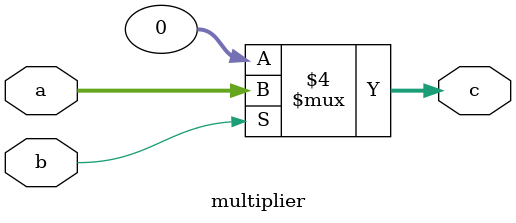
<source format=v>
module multiplier (
    input [31:0] a, input b, output reg [31:0] c
);
    
    always@(a, b)
    begin

        if(b != 0)
            c = a;

        else
            c = 32'd0;   
    end
    
endmodule

</source>
